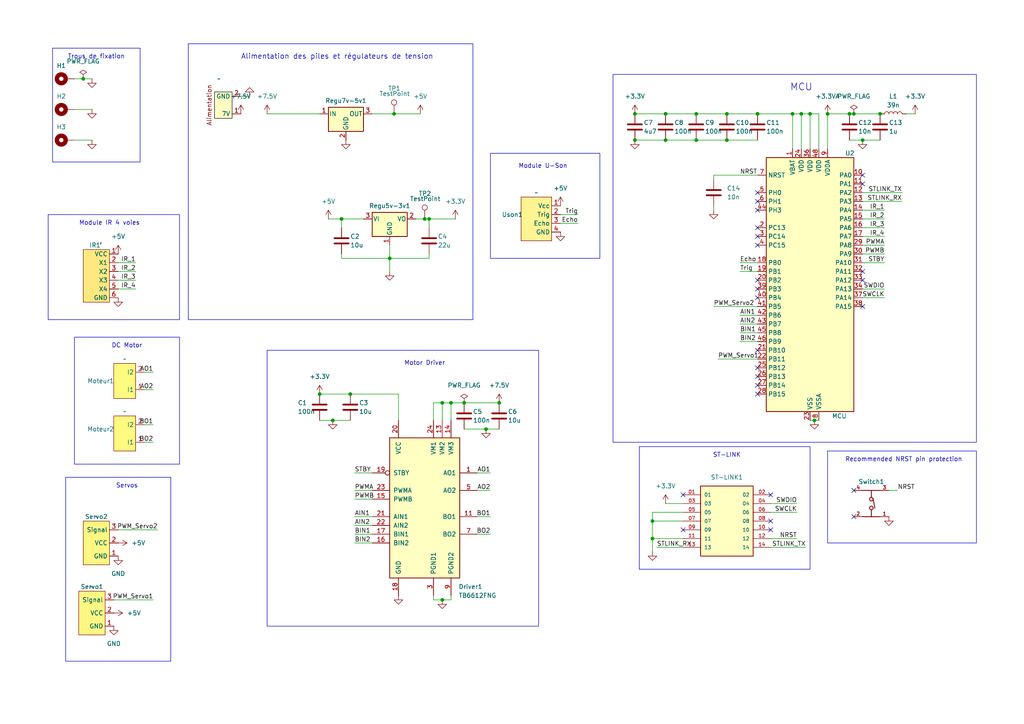
<source format=kicad_sch>
(kicad_sch (version 20231120) (generator "eeschema") (generator_version "8.0")
  (paper "A4")
  (title_block (title "PCB_Projet_1A_PAMI_Janus"))
  (lib_symbols
    (symbol "Connector:TestPoint" (pin_numbers hide) (pin_names (offset 0.762) hide)
      (property "Reference" "TP" (at 0 6.858 0))
      (property "Value" "TestPoint" (at 0 5.08 0))
      (symbol "TestPoint_0_1"
        (circle (center 0 3.302) (radius 0.762))
      )
      (symbol "TestPoint_1_1"
        (pin passive line (at 0 0 90) (length 2.54) (name "1") (number "1"))
      )
    )
    (symbol "Device:C" (pin_numbers hide) (pin_names (offset 0.254))
      (property "Reference" "C" (at 0.635 2.54 0))
      (property "Value" "C" (at 0.635 -2.54 0))
      (symbol "C_0_1"
        (polyline (pts (xy -2.032 -0.762) (xy 2.032 -0.762)) (stroke (width 0.508)))
        (polyline (pts (xy -2.032 0.762) (xy 2.032 0.762)) (stroke (width 0.508)))
      )
      (symbol "C_1_1"
        (pin passive line (at 0 3.81 270) (length 2.794) (name "~") (number "1"))
        (pin passive line (at 0 -3.81 90) (length 2.794) (name "~") (number "2"))
      )
    )
    (symbol "Device:L" (pin_numbers hide) (pin_names (offset 1.016) hide)
      (property "Reference" "L" (at -1.27 0 90))
      (property "Value" "L" (at 1.905 0 90))
      (symbol "L_0_1"
        (arc (start 0 -2.54) (mid 0.6323 -1.905) (end 0 -1.27))
        (arc (start 0 -1.27) (mid 0.6323 -0.635) (end 0 0))
        (arc (start 0 0) (mid 0.6323 0.635) (end 0 1.27))
        (arc (start 0 1.27) (mid 0.6323 1.905) (end 0 2.54))
      )
      (symbol "L_1_1"
        (pin passive line (at 0 3.81 270) (length 1.27) (name "1") (number "1"))
        (pin passive line (at 0 -3.81 90) (length 1.27) (name "2") (number "2"))
      )
    )
    (symbol "Driver_Motor:TB6612FNG" (pin_names (offset 1.016))
      (property "Reference" "U" (at 11.43 17.78 0))
      (property "Value" "TB6612FNG" (at 11.43 15.24 0))
      (symbol "TB6612FNG_0_1"
        (rectangle (start -10.16 20.32) (end 10.16 -20.32) (stroke (width 0.254)) (fill (type background)))
      )
      (symbol "TB6612FNG_1_1"
        (pin output line (at 15.24 10.16 180) (length 5.08) (name "AO1") (number "1"))
        (pin passive line (at 7.62 -25.4 90) (length 5.08) hide (name "PGND2") (number "10"))
        (pin output line (at 15.24 -2.54 180) (length 5.08) (name "BO1") (number "11"))
        (pin passive line (at 15.24 -2.54 180) (length 5.08) hide (name "BO1") (number "12"))
        (pin power_in line (at 5.08 25.4 270) (length 5.08) (name "VM2") (number "13"))
        (pin power_in line (at 7.62 25.4 270) (length 5.08) (name "VM3") (number "14"))
        (pin input line (at -15.24 2.54 0) (length 5.08) (name "PWMB") (number "15"))
        (pin input line (at -15.24 -10.16 0) (length 5.08) (name "BIN2") (number "16"))
        (pin input line (at -15.24 -7.62 0) (length 5.08) (name "BIN1") (number "17"))
        (pin power_in line (at -7.62 -25.4 90) (length 5.08) (name "GND") (number "18"))
        (pin input inverted (at -15.24 10.16 0) (length 5.08) (name "STBY") (number "19"))
        (pin passive line (at 15.24 10.16 180) (length 5.08) hide (name "AO1") (number "2"))
        (pin power_in line (at -7.62 25.4 270) (length 5.08) (name "VCC") (number "20"))
        (pin input line (at -15.24 -2.54 0) (length 5.08) (name "AIN1") (number "21"))
        (pin input line (at -15.24 -5.08 0) (length 5.08) (name "AIN2") (number "22"))
        (pin input line (at -15.24 5.08 0) (length 5.08) (name "PWMA") (number "23"))
        (pin power_in line (at 2.54 25.4 270) (length 5.08) (name "VM1") (number "24"))
        (pin power_in line (at 2.54 -25.4 90) (length 5.08) (name "PGND1") (number "3"))
        (pin passive line (at 2.54 -25.4 90) (length 5.08) hide (name "PGND1") (number "4"))
        (pin output line (at 15.24 5.08 180) (length 5.08) (name "AO2") (number "5"))
        (pin passive line (at 15.24 5.08 180) (length 5.08) hide (name "AO2") (number "6"))
        (pin output line (at 15.24 -7.62 180) (length 5.08) (name "BO2") (number "7"))
        (pin passive line (at 15.24 -7.62 180) (length 5.08) hide (name "BO2") (number "8"))
        (pin power_in line (at 7.62 -25.4 90) (length 5.08) (name "PGND2") (number "9"))
      )
    )
    (symbol "FTSH-107-01-F-DV-K:FTSH-107-01-F-DV-K" (pin_names (offset 1.016))
      (property "Reference" "J" (at -8.12 10.16 0))
      (property "Value" "FTSH-107-01-F-DV-K" (at -7.62 -12.7 0))
      (symbol "FTSH-107-01-F-DV-K_0_0"
        (rectangle (start -7.62 -10.16) (end 7.62 10.16) (stroke (width 0.254)) (fill (type background)))
        (pin passive line (at -12.7 7.62 0) (length 5.08) (name "01") (number "01"))
        (pin passive line (at 12.7 7.62 180) (length 5.08) (name "02") (number "02"))
        (pin passive line (at -12.7 5.08 0) (length 5.08) (name "03") (number "03"))
        (pin passive line (at 12.7 5.08 180) (length 5.08) (name "04") (number "04"))
        (pin passive line (at -12.7 2.54 0) (length 5.08) (name "05") (number "05"))
        (pin passive line (at 12.7 2.54 180) (length 5.08) (name "06") (number "06"))
        (pin passive line (at -12.7 0 0) (length 5.08) (name "07") (number "07"))
        (pin passive line (at 12.7 0 180) (length 5.08) (name "08") (number "08"))
        (pin passive line (at -12.7 -2.54 0) (length 5.08) (name "09") (number "09"))
        (pin passive line (at 12.7 -2.54 180) (length 5.08) (name "10") (number "10"))
        (pin passive line (at -12.7 -5.08 0) (length 5.08) (name "11") (number "11"))
        (pin passive line (at 12.7 -5.08 180) (length 5.08) (name "12") (number "12"))
        (pin passive line (at -12.7 -7.62 0) (length 5.08) (name "13") (number "13"))
        (pin passive line (at 12.7 -7.62 180) (length 5.08) (name "14") (number "14"))
      )
    )
    (symbol "GND_3" (power) (pin_numbers hide) (pin_names (offset 0) hide)
      (property "Value" "GND" (at 0 -3.81 0))
      (symbol "GND_3_0_1"
        (polyline (pts (xy 0 0) (xy 0 -1.27) (xy 1.27 -1.27) (xy 0 -2.54) (xy -1.27 -1.27) (xy 0 -1.27)))
      )
      (symbol "GND_3_1_1"
        (pin power_in line (at 0 0 270) (length 0) (name "~") (number "1"))
      )
    )
    (symbol "Library_PAMI:IR_Module_4way"
      (property "Reference" "U" (at 0 1.778 0))
      (symbol "IR_Module_4way_1_1"
        (rectangle (start -7.62 3.81) (end 7.62 -3.81) (fill (type color) (color 255 232 128 1)))
        (pin bidirectional line (at 6.35 -6.35 90) (length 2.54) (name "VCC") (number "1"))
        (pin bidirectional line (at 3.81 -6.35 90) (length 2.54) (name "X1") (number "2"))
        (pin bidirectional line (at 1.27 -6.35 90) (length 2.54) (name "X2") (number "3"))
        (pin bidirectional line (at -1.27 -6.35 90) (length 2.54) (name "X3") (number "4"))
        (pin bidirectional line (at -3.81 -6.35 90) (length 2.54) (name "X4") (number "5"))
        (pin bidirectional line (at -6.35 -6.35 90) (length 2.54) (name "GND") (number "6"))
      )
    )
    (symbol "Library_PAMI:Module_Uson"
      (property "Reference" "U" (at -0.508 2.54 0))
      (symbol "Module_Uson_1_1"
        (rectangle (start -6.35 3.81) (end 6.35 -5.08) (fill (type color) (color 255 243 146 1)))
        (pin bidirectional line (at 3.81 -7.62 90) (length 2.54) (name "Vcc") (number "1"))
        (pin bidirectional line (at 1.27 -7.62 90) (length 2.54) (name "Trig") (number "2"))
        (pin bidirectional line (at -1.27 -7.62 90) (length 2.54) (name "Echo") (number "3"))
        (pin bidirectional line (at -3.81 -7.62 90) (length 2.54) (name "GND") (number "4"))
      )
    )
    (symbol "Library_PAMI:Moteur_DC"
      (property "Reference" "U" (at 0 0 0))
      (symbol "Moteur_DC_1_1"
        (rectangle (start -5.08 2.54) (end 5.08 -3.81) (fill (type color) (color 255 250 128 1)))
        (pin bidirectional line (at -2.54 -6.35 90) (length 2.54) (name "I1") (number "1"))
        (pin bidirectional line (at 2.54 -6.35 90) (length 2.54) (name "I2") (number "2"))
      )
    )
    (symbol "Library_PAMI:Servo_moteur"
      (property "Reference" "U" (at 0 2.794 0))
      (symbol "Servo_moteur_1_1"
        (rectangle (start -6.35 3.81) (end 6.35 -3.81) (fill (type color) (color 255 247 130 1)))
        (pin bidirectional line (at -3.81 -6.35 90) (length 2.54) (name "GND") (number "1"))
        (pin bidirectional line (at 0 -6.35 90) (length 2.54) (name "VCC") (number "2"))
        (pin bidirectional line (at 3.81 -6.35 90) (length 2.54) (name "Signal") (number "3"))
      )
    )
    (symbol "MCU_ST_STM32L5:STM32L552CCTx"
      (property "Reference" "U" (at -12.7 39.37 0))
      (property "Value" "STM32L552CCTx" (at 7.62 39.37 0))
      (symbol "STM32L552CCTx_0_1"
        (rectangle (start -12.7 -35.56) (end 12.7 38.1) (stroke (width 0.254)) (fill (type background)))
      )
      (symbol "STM32L552CCTx_1_1"
        (pin power_in line (at -5.08 40.64 270) (length 2.54) (name "VBAT") (number "1"))
        (pin bidirectional line (at 15.24 33.02 180) (length 2.54) (name "PA0") (number "10"))
        (pin bidirectional line (at 15.24 30.48 180) (length 2.54) (name "PA1") (number "11"))
        (pin bidirectional line (at 15.24 27.94 180) (length 2.54) (name "PA2") (number "12"))
        (pin bidirectional line (at 15.24 25.4 180) (length 2.54) (name "PA3") (number "13"))
        (pin bidirectional line (at 15.24 22.86 180) (length 2.54) (name "PA4") (number "14"))
        (pin bidirectional line (at 15.24 20.32 180) (length 2.54) (name "PA5") (number "15"))
        (pin bidirectional line (at 15.24 17.78 180) (length 2.54) (name "PA6") (number "16"))
        (pin bidirectional line (at 15.24 15.24 180) (length 2.54) (name "PA7") (number "17"))
        (pin bidirectional line (at -15.24 7.62 0) (length 2.54) (name "PB0") (number "18"))
        (pin bidirectional line (at -15.24 5.08 0) (length 2.54) (name "PB1") (number "19"))
        (pin bidirectional line (at -15.24 17.78 0) (length 2.54) (name "PC13") (number "2"))
        (pin bidirectional line (at -15.24 2.54 0) (length 2.54) (name "PB2") (number "20"))
        (pin bidirectional line (at -15.24 -17.78 0) (length 2.54) (name "PB10") (number "21"))
        (pin bidirectional line (at -15.24 -20.32 0) (length 2.54) (name "PB11") (number "22"))
        (pin power_in line (at 0 -38.1 90) (length 2.54) (name "VSS") (number "23"))
        (pin power_in line (at -2.54 40.64 270) (length 2.54) (name "VDD") (number "24"))
        (pin bidirectional line (at -15.24 -22.86 0) (length 2.54) (name "PB12") (number "25"))
        (pin bidirectional line (at -15.24 -25.4 0) (length 2.54) (name "PB13") (number "26"))
        (pin bidirectional line (at -15.24 -27.94 0) (length 2.54) (name "PB14") (number "27"))
        (pin bidirectional line (at -15.24 -30.48 0) (length 2.54) (name "PB15") (number "28"))
        (pin bidirectional line (at 15.24 12.7 180) (length 2.54) (name "PA8") (number "29"))
        (pin bidirectional line (at -15.24 15.24 0) (length 2.54) (name "PC14") (number "3"))
        (pin bidirectional line (at 15.24 10.16 180) (length 2.54) (name "PA9") (number "30"))
        (pin bidirectional line (at 15.24 7.62 180) (length 2.54) (name "PA10") (number "31"))
        (pin bidirectional line (at 15.24 5.08 180) (length 2.54) (name "PA11") (number "32"))
        (pin bidirectional line (at 15.24 2.54 180) (length 2.54) (name "PA12") (number "33"))
        (pin bidirectional line (at 15.24 0 180) (length 2.54) (name "PA13") (number "34"))
        (pin passive line (at 0 -38.1 90) (length 2.54) hide (name "VSS") (number "35"))
        (pin power_in line (at 0 40.64 270) (length 2.54) (name "VDD") (number "36"))
        (pin bidirectional line (at 15.24 -2.54 180) (length 2.54) (name "PA14") (number "37"))
        (pin bidirectional line (at 15.24 -5.08 180) (length 2.54) (name "PA15") (number "38"))
        (pin bidirectional line (at -15.24 0 0) (length 2.54) (name "PB3") (number "39"))
        (pin bidirectional line (at -15.24 12.7 0) (length 2.54) (name "PC15") (number "4"))
        (pin bidirectional line (at -15.24 -2.54 0) (length 2.54) (name "PB4") (number "40"))
        (pin bidirectional line (at -15.24 -5.08 0) (length 2.54) (name "PB5") (number "41"))
        (pin bidirectional line (at -15.24 -7.62 0) (length 2.54) (name "PB6") (number "42"))
        (pin bidirectional line (at -15.24 -10.16 0) (length 2.54) (name "PB7") (number "43"))
        (pin bidirectional line (at -15.24 22.86 0) (length 2.54) (name "PH3") (number "44"))
        (pin bidirectional line (at -15.24 -12.7 0) (length 2.54) (name "PB8") (number "45"))
        (pin bidirectional line (at -15.24 -15.24 0) (length 2.54) (name "PB9") (number "46"))
        (pin passive line (at 0 -38.1 90) (length 2.54) hide (name "VSS") (number "47"))
        (pin power_in line (at 2.54 40.64 270) (length 2.54) (name "VDD") (number "48"))
        (pin bidirectional line (at -15.24 27.94 0) (length 2.54) (name "PH0") (number "5"))
        (pin bidirectional line (at -15.24 25.4 0) (length 2.54) (name "PH1") (number "6"))
        (pin input line (at -15.24 33.02 0) (length 2.54) (name "NRST") (number "7"))
        (pin power_in line (at 2.54 -38.1 90) (length 2.54) (name "VSSA") (number "8"))
        (pin power_in line (at 5.08 40.64 270) (length 2.54) (name "VDDA") (number "9"))
      )
    )
    (symbol "Moteur_DC_1"
      (property "Reference" "U" (at 0 0 0))
      (symbol "Moteur_DC_1_1_1"
        (rectangle (start -5.08 2.54) (end 5.08 -3.81) (fill (type color) (color 255 250 128 1)))
        (pin bidirectional line (at -2.54 -6.35 90) (length 2.54) (name "I1") (number "1"))
        (pin bidirectional line (at 2.54 -6.35 90) (length 2.54) (name "I2") (number "2"))
      )
    )
    (symbol "MountingHole_Pad_2" (pin_numbers hide) (pin_names (offset 1.016) hide) (exclude_from_sim yes) (in_bom no)
      (property "Reference" "H1" (at 2.54 2.5401 0))
      (property "Value" "MountingHole_Pad" (at 2.54 0.0001 0))
      (symbol "MountingHole_Pad_2_0_1"
        (circle (center 0 1.27) (radius 1.27) (stroke (width 1.27)))
      )
      (symbol "MountingHole_Pad_2_1_1"
        (pin input line (at 0 -2.54 90) (length 2.54) (name "1") (number "1"))
      )
    )
    (symbol "Regulator_Linear:AZ1117-3.3" (pin_names (offset 0.254))
      (property "Reference" "U" (at -3.81 3.175 0))
      (property "Value" "AZ1117-3.3" (at 0 3.175 0))
      (symbol "AZ1117-3.3_0_1"
        (rectangle (start -5.08 1.905) (end 5.08 -5.08) (stroke (width 0.254)) (fill (type background)))
      )
      (symbol "AZ1117-3.3_1_1"
        (pin power_in line (at 0 -7.62 90) (length 2.54) (name "GND") (number "1"))
        (pin power_out line (at 7.62 0 180) (length 2.54) (name "VO") (number "2"))
        (pin power_in line (at -7.62 0 0) (length 2.54) (name "VI") (number "3"))
      )
    )
    (symbol "Regulator_Switching:R-78B5.0-2.0" (pin_names (offset 0.254))
      (property "Reference" "U" (at -3.81 3.175 0))
      (property "Value" "R-78B5.0-2.0" (at 0 3.175 0))
      (symbol "R-78B5.0-2.0_0_1"
        (rectangle (start -5.08 1.905) (end 5.08 -5.08) (stroke (width 0.254)) (fill (type background)))
      )
      (symbol "R-78B5.0-2.0_1_1"
        (pin power_in line (at -7.62 0 0) (length 2.54) (name "IN") (number "1"))
        (pin power_in line (at 0 -7.62 90) (length 2.54) (name "GND") (number "2"))
        (pin power_out line (at 7.62 0 180) (length 2.54) (name "OUT") (number "3"))
      )
    )
    (symbol "Servo_moteur_1"
      (property "Reference" "U" (at 0 2.794 0))
      (symbol "Servo_moteur_1_1_1"
        (rectangle (start -6.35 3.81) (end 6.35 -3.81) (fill (type color) (color 255 247 130 1)))
        (pin bidirectional line (at -3.81 -6.35 90) (length 2.54) (name "GND") (number "1"))
        (pin bidirectional line (at 0 -6.35 90) (length 2.54) (name "VCC") (number "2"))
        (pin bidirectional line (at 3.81 -6.35 90) (length 2.54) (name "Signal") (number "3"))
      )
    )
    (symbol "boutonSMD_wurth430471025826:430471025826" (pin_names (offset 1.016))
      (property "Reference" "S" (at 0 5.842 0))
      (symbol "430471025826_0_0"
        (polyline (pts (xy -2.54 -2.54) (xy 0 -2.54)) (stroke (width 0.254)))
        (polyline (pts (xy -2.54 5.08) (xy 0 5.08)) (stroke (width 0.254)))
        (polyline (pts (xy -0.47 -0.2) (xy -1.04 2.61)) (stroke (width 0.254)))
        (polyline (pts (xy 0 -2.54) (xy 2.54 -2.54)) (stroke (width 0.254)))
        (polyline (pts (xy 0 -0.535) (xy 0 -2.54)) (stroke (width 0.254)))
        (polyline (pts (xy 0 3.075) (xy 0 5.08)) (stroke (width 0.254)))
        (polyline (pts (xy 0 5.08) (xy 2.54 5.08)) (stroke (width 0.254)))
        (circle (center 0 0) (radius 0.508) (stroke (width 0.254)))
        (circle (center 0 2.54) (radius 0.508) (stroke (width 0.254)))
        (pin passive line (at -5.08 5.08 0) (length 2.54) (name "~") (number "1"))
        (pin passive line (at 5.08 5.08 180) (length 2.54) (name "~") (number "2"))
        (pin passive line (at -5.08 -2.54 0) (length 2.54) (name "~") (number "3"))
        (pin passive line (at 5.08 -2.54 180) (length 2.54) (name "~") (number "4"))
      )
    )
    (symbol "nucleo-g431kb:Alimentation_Pami"
      (property "Value" "~" (at 7.62 1.2728 90))
      (symbol "Alimentation_Pami_1_1"
        (rectangle (start -3.81 2.54) (end 3.81 -2.54) (stroke (width 0) (color 0 0 0 1)) (fill (type background)))
        (text "Alimentation\n" (at 0 4.064 0) (effects (font (size 1.27 1.27))))
        (pin bidirectional line (at -2.54 -5.08 90) (length 2.54) (name "7V") (number "1"))
        (pin bidirectional line (at 2.54 -5.08 90) (length 2.54) (name "GND") (number "2"))
      )
    )
    (symbol "power:+3.3V" (power) (pin_numbers hide) (pin_names (offset 0) hide)
      (property "Value" "+3.3V" (at 0 3.556 0))
      (symbol "+3.3V_0_1"
        (polyline (pts (xy -0.762 1.27) (xy 0 2.54)))
        (polyline (pts (xy 0 0) (xy 0 2.54)))
        (polyline (pts (xy 0 2.54) (xy 0.762 1.27)))
      )
      (symbol "+3.3V_1_1"
        (pin power_in line (at 0 0 90) (length 0) (name "~") (number "1"))
      )
    )
    (symbol "power:+3.3VA" (power) (pin_numbers hide) (pin_names (offset 0) hide)
      (property "Value" "+3.3VA" (at 0 3.556 0))
      (symbol "+3.3VA_0_1"
        (polyline (pts (xy -0.762 1.27) (xy 0 2.54)))
        (polyline (pts (xy 0 0) (xy 0 2.54)))
        (polyline (pts (xy 0 2.54) (xy 0.762 1.27)))
      )
      (symbol "+3.3VA_1_1"
        (pin power_in line (at 0 0 90) (length 0) (name "~") (number "1"))
      )
    )
    (symbol "power:+5V" (power) (pin_numbers hide) (pin_names (offset 0) hide)
      (property "Value" "+5V" (at 0 3.556 0))
      (symbol "+5V_0_1"
        (polyline (pts (xy -0.762 1.27) (xy 0 2.54)))
        (polyline (pts (xy 0 0) (xy 0 2.54)))
        (polyline (pts (xy 0 2.54) (xy 0.762 1.27)))
      )
      (symbol "+5V_1_1"
        (pin power_in line (at 0 0 90) (length 0) (name "~") (number "1"))
      )
    )
    (symbol "power:+7.5V" (power) (pin_numbers hide) (pin_names (offset 0) hide)
      (property "Value" "+7.5V" (at 0 3.556 0))
      (symbol "+7.5V_0_1"
        (polyline (pts (xy -0.762 1.27) (xy 0 2.54)))
        (polyline (pts (xy 0 0) (xy 0 2.54)))
        (polyline (pts (xy 0 2.54) (xy 0.762 1.27)))
      )
      (symbol "+7.5V_1_1"
        (pin power_in line (at 0 0 90) (length 0) (name "~") (number "1"))
      )
    )
    (symbol "power:GND" (power) (pin_numbers hide) (pin_names (offset 0) hide)
      (property "Value" "GND" (at 0 -3.81 0))
      (symbol "GND_0_1"
        (polyline (pts (xy 0 0) (xy 0 -1.27) (xy 1.27 -1.27) (xy 0 -2.54) (xy -1.27 -1.27) (xy 0 -1.27)))
      )
      (symbol "GND_1_1"
        (pin power_in line (at 0 0 270) (length 0) (name "~") (number "1"))
      )
    )
    (symbol "power:PWR_FLAG" (power) (pin_numbers hide) (pin_names (offset 0) hide)
      (property "Value" "PWR_FLAG" (at 0 3.81 0))
      (symbol "PWR_FLAG_0_0"
        (pin power_out line (at 0 0 90) (length 0) (name "~") (number "1"))
      )
      (symbol "PWR_FLAG_0_1"
        (polyline (pts (xy 0 0) (xy 0 1.27) (xy -1.016 1.905) (xy 0 2.54) (xy 1.016 1.905) (xy 0 1.27)))
      )
    )
  )
  (junction (at 99.06 63.5))
  (junction (at 201.93 40.64))
  (junction (at 193.04 33.02))
  (junction (at 201.93 33.02))
  (junction (at 128.27 116.84))
  (junction (at 189.23 156.21))
  (junction (at 219.71 33.02))
  (junction (at 140.97 124.46))
  (junction (at 236.22 121.92))
  (junction (at 96.52 121.92))
  (junction (at 234.95 33.02))
  (junction (at 210.82 33.02))
  (junction (at 189.23 151.13))
  (junction (at 255.27 33.02))
  (junction (at 144.78 116.84))
  (junction (at 240.03 33.02))
  (junction (at 184.15 40.64))
  (junction (at 114.3 33.02))
  (junction (at 184.15 33.02))
  (junction (at 210.82 40.64))
  (junction (at 232.41 33.02))
  (junction (at 92.71 114.3))
  (junction (at 250.19 40.64))
  (junction (at 101.6 114.3))
  (junction (at 193.04 40.64))
  (junction (at 124.46 63.5))
  (junction (at 246.38 33.02))
  (junction (at 229.87 33.02))
  (junction (at 128.27 173.99))
  (junction (at 130.81 116.84))
  (junction (at 113.03 74.93))
  (junction (at 123.19 63.5))
  (junction (at 134.62 116.84))
  (junction (at 247.65 33.02))
  (junction (at 24.13 22.86))
  (no_connect (at 219.71 68.58))
  (no_connect (at 219.71 66.04))
  (no_connect (at 219.71 81.28))
  (no_connect (at 250.19 53.34))
  (no_connect (at 219.71 55.88))
  (no_connect (at 198.12 143.51))
  (no_connect (at 247.65 142.24))
  (no_connect (at 250.19 88.9))
  (no_connect (at 198.12 153.67))
  (no_connect (at 219.71 58.42))
  (no_connect (at 219.71 109.22))
  (no_connect (at 219.71 111.76))
  (no_connect (at 219.71 114.3))
  (no_connect (at 219.71 71.12))
  (no_connect (at 247.65 149.86))
  (no_connect (at 250.19 78.74))
  (no_connect (at 250.19 81.28))
  (no_connect (at 219.71 106.68))
  (no_connect (at 223.52 143.51))
  (no_connect (at 223.52 151.13))
  (no_connect (at 250.19 50.8))
  (no_connect (at 219.71 83.82))
  (no_connect (at 219.71 101.6))
  (no_connect (at 223.52 153.67))
  (no_connect (at 219.71 86.36))
  (no_connect (at 219.71 60.96))
  (wire (pts (xy 201.93 33.02) (xy 210.82 33.02)))
  (wire (pts (xy 207.01 59.69) (xy 207.01 60.96)))
  (wire (pts (xy 101.6 114.3) (xy 115.57 114.3)))
  (wire (pts (xy 130.81 116.84) (xy 134.62 116.84)))
  (wire (pts (xy 240.03 33.02) (xy 246.38 33.02)))
  (wire (pts (xy 261.62 55.88) (xy 250.19 55.88)))
  (wire (pts (xy 95.25 63.5) (xy 99.06 63.5)))
  (wire (pts (xy 142.24 137.16) (xy 138.43 137.16)))
  (wire (pts (xy 234.95 33.02) (xy 234.95 43.18)))
  (wire (pts (xy 233.68 158.75) (xy 223.52 158.75)))
  (wire (pts (xy 214.63 78.74) (xy 219.71 78.74)))
  (wire (pts (xy 167.64 62.23) (xy 162.56 62.23)))
  (wire (pts (xy 193.04 146.05) (xy 198.12 146.05)))
  (wire (pts (xy 45.72 153.67) (xy 34.29 153.67)))
  (wire (pts (xy 132.08 63.5) (xy 124.46 63.5)))
  (wire (pts (xy 256.54 68.58) (xy 250.19 68.58)))
  (wire (pts (xy 102.87 154.94) (xy 107.95 154.94)))
  (wire (pts (xy 21.59 40.64) (xy 26.67 40.64)))
  (wire (pts (xy 130.81 172.72) (xy 130.81 173.99)))
  (wire (pts (xy 128.27 173.99) (xy 130.81 173.99)))
  (wire (pts (xy 262.89 33.02) (xy 265.43 33.02)))
  (wire (pts (xy 44.45 128.27) (xy 41.91 128.27)))
  (wire (pts (xy 21.59 31.75) (xy 26.67 31.75)))
  (wire (pts (xy 256.54 83.82) (xy 250.19 83.82)))
  (wire (pts (xy 214.63 96.52) (xy 219.71 96.52)))
  (wire (pts (xy 125.73 172.72) (xy 125.73 173.99)))
  (wire (pts (xy 256.54 73.66) (xy 250.19 73.66)))
  (wire (pts (xy 128.27 116.84) (xy 128.27 121.92)))
  (wire (pts (xy 246.38 33.02) (xy 247.65 33.02)))
  (wire (pts (xy 260.35 142.24) (xy 257.81 142.24)))
  (wire (pts (xy 214.63 76.2) (xy 219.71 76.2)))
  (wire (pts (xy 115.57 114.3) (xy 115.57 121.92)))
  (wire (pts (xy 256.54 71.12) (xy 250.19 71.12)))
  (wire (pts (xy 207.01 88.9) (xy 219.71 88.9)))
  (wire (pts (xy 232.41 33.02) (xy 232.41 43.18)))
  (wire (pts (xy 261.62 58.42) (xy 250.19 58.42)))
  (wire (pts (xy 231.14 156.21) (xy 223.52 156.21)))
  (wire (pts (xy 92.71 114.3) (xy 101.6 114.3)))
  (wire (pts (xy 96.52 121.92) (xy 101.6 121.92)))
  (wire (pts (xy 232.41 33.02) (xy 234.95 33.02)))
  (wire (pts (xy 214.63 99.06) (xy 219.71 99.06)))
  (wire (pts (xy 140.97 124.46) (xy 144.78 124.46)))
  (wire (pts (xy 134.62 116.84) (xy 144.78 116.84)))
  (wire (pts (xy 250.19 40.64) (xy 255.27 40.64)))
  (wire (pts (xy 92.71 121.92) (xy 96.52 121.92)))
  (wire (pts (xy 201.93 40.64) (xy 210.82 40.64)))
  (wire (pts (xy 124.46 73.66) (xy 124.46 74.93)))
  (wire (pts (xy 102.87 142.24) (xy 107.95 142.24)))
  (wire (pts (xy 99.06 73.66) (xy 99.06 74.93)))
  (wire (pts (xy 210.82 33.02) (xy 219.71 33.02)))
  (wire (pts (xy 121.92 33.02) (xy 114.3 33.02)))
  (wire (pts (xy 99.06 74.93) (xy 113.03 74.93)))
  (wire (pts (xy 44.45 107.95) (xy 41.91 107.95)))
  (wire (pts (xy 208.28 104.14) (xy 219.71 104.14)))
  (wire (pts (xy 125.73 173.99) (xy 128.27 173.99)))
  (wire (pts (xy 229.87 33.02) (xy 229.87 43.18)))
  (wire (pts (xy 128.27 116.84) (xy 130.81 116.84)))
  (wire (pts (xy 219.71 33.02) (xy 229.87 33.02)))
  (wire (pts (xy 102.87 144.78) (xy 107.95 144.78)))
  (wire (pts (xy 134.62 124.46) (xy 140.97 124.46)))
  (wire (pts (xy 231.14 146.05) (xy 223.52 146.05)))
  (wire (pts (xy 189.23 148.59) (xy 198.12 148.59)))
  (wire (pts (xy 142.24 149.86) (xy 138.43 149.86)))
  (wire (pts (xy 184.15 40.64) (xy 193.04 40.64)))
  (wire (pts (xy 189.23 151.13) (xy 189.23 156.21)))
  (wire (pts (xy 189.23 151.13) (xy 198.12 151.13)))
  (wire (pts (xy 214.63 93.98) (xy 219.71 93.98)))
  (wire (pts (xy 124.46 63.5) (xy 123.19 63.5)))
  (wire (pts (xy 39.37 83.82) (xy 34.29 83.82)))
  (wire (pts (xy 44.45 113.03) (xy 41.91 113.03)))
  (wire (pts (xy 125.73 116.84) (xy 128.27 116.84)))
  (wire (pts (xy 214.63 91.44) (xy 219.71 91.44)))
  (wire (pts (xy 237.49 33.02) (xy 237.49 43.18)))
  (wire (pts (xy 246.38 40.64) (xy 250.19 40.64)))
  (wire (pts (xy 114.3 33.02) (xy 107.95 33.02)))
  (wire (pts (xy 130.81 116.84) (xy 130.81 121.92)))
  (wire (pts (xy 256.54 66.04) (xy 250.19 66.04)))
  (wire (pts (xy 99.06 63.5) (xy 105.41 63.5)))
  (wire (pts (xy 256.54 76.2) (xy 250.19 76.2)))
  (wire (pts (xy 189.23 148.59) (xy 189.23 151.13)))
  (wire (pts (xy 39.37 78.74) (xy 34.29 78.74)))
  (wire (pts (xy 193.04 40.64) (xy 201.93 40.64)))
  (wire (pts (xy 44.45 173.99) (xy 33.02 173.99)))
  (wire (pts (xy 39.37 81.28) (xy 34.29 81.28)))
  (wire (pts (xy 190.5 158.75) (xy 198.12 158.75)))
  (wire (pts (xy 240.03 33.02) (xy 240.03 43.18)))
  (wire (pts (xy 207.01 50.8) (xy 219.71 50.8)))
  (wire (pts (xy 189.23 156.21) (xy 198.12 156.21)))
  (wire (pts (xy 123.19 63.5) (xy 120.65 63.5)))
  (wire (pts (xy 102.87 149.86) (xy 107.95 149.86)))
  (wire (pts (xy 99.06 63.5) (xy 99.06 66.04)))
  (wire (pts (xy 102.87 137.16) (xy 107.95 137.16)))
  (wire (pts (xy 167.64 64.77) (xy 162.56 64.77)))
  (wire (pts (xy 124.46 63.5) (xy 124.46 66.04)))
  (wire (pts (xy 77.47 33.02) (xy 92.71 33.02)))
  (wire (pts (xy 184.15 33.02) (xy 193.04 33.02)))
  (wire (pts (xy 234.95 33.02) (xy 237.49 33.02)))
  (wire (pts (xy 142.24 154.94) (xy 138.43 154.94)))
  (wire (pts (xy 44.45 123.19) (xy 41.91 123.19)))
  (wire (pts (xy 256.54 86.36) (xy 250.19 86.36)))
  (wire (pts (xy 193.04 33.02) (xy 201.93 33.02)))
  (wire (pts (xy 210.82 40.64) (xy 219.71 40.64)))
  (wire (pts (xy 256.54 63.5) (xy 250.19 63.5)))
  (wire (pts (xy 142.24 142.24) (xy 138.43 142.24)))
  (wire (pts (xy 113.03 78.74) (xy 113.03 74.93)))
  (wire (pts (xy 39.37 76.2) (xy 34.29 76.2)))
  (wire (pts (xy 236.22 121.92) (xy 237.49 121.92)))
  (wire (pts (xy 102.87 157.48) (xy 107.95 157.48)))
  (wire (pts (xy 234.95 121.92) (xy 236.22 121.92)))
  (wire (pts (xy 113.03 74.93) (xy 113.03 71.12)))
  (wire (pts (xy 125.73 116.84) (xy 125.73 121.92)))
  (wire (pts (xy 21.59 22.86) (xy 24.13 22.86)))
  (wire (pts (xy 231.14 148.59) (xy 223.52 148.59)))
  (wire (pts (xy 189.23 156.21) (xy 189.23 160.02)))
  (wire (pts (xy 229.87 33.02) (xy 232.41 33.02)))
  (wire (pts (xy 24.13 22.86) (xy 26.67 22.86)))
  (wire (pts (xy 72.39 27.94) (xy 69.85 27.94)))
  (wire (pts (xy 207.01 50.8) (xy 207.01 52.07)))
  (wire (pts (xy 102.87 152.4) (xy 107.95 152.4)))
  (wire (pts (xy 256.54 60.96) (xy 250.19 60.96)))
  (wire (pts (xy 247.65 33.02) (xy 255.27 33.02)))
  (wire (pts (xy 124.46 74.93) (xy 113.03 74.93)))
  (rectangle (start 240.03 130.81) (end 283.21 157.48))
  (rectangle (start 19.05 191.77) (end 49.53 138.43))
  (rectangle (start 77.47 101.6) (end 156.21 181.61))
  (rectangle (start 54.61 12.7) (end 137.16 92.71))
  (rectangle (start 21.59 97.79) (end 52.07 134.62))
  (rectangle (start 177.8 21.59) (end 283.21 128.27))
  (rectangle (start 15.24 13.97) (end 40.64 46.99))
  (rectangle (start 185.42 129.54) (end 234.95 165.1))
  (rectangle (start 142.24 44.45) (end 173.99 74.93))
  (rectangle (start 13.97 62.23) (end 52.07 92.71))
  (text "Trous de fixation\n" (at 27.94 16.51 0) (effects (font (size 1.27 1.27))))
  (text "Motor Driver\n" (at 123.19 105.41 0) (effects (font (size 1.27 1.27))))
  (text "DC Motor\n" (at 36.83 100.33 0) (effects (font (size 1.27 1.27))))
  (text "Module U-Son" (at 157.48 48.26 0) (effects (font (size 1.27 1.27))))
  (text "Alimentation des piles et régulateurs de tension" (at 97.79 16.51 0) (effects (font (size 1.5 1.5))))
  (text " Recommended NRST pin protection" (at 261.62 133.35 0) (effects (font (size 1.27 1.27))))
  (text "Module IR 4 voies\n" (at 31.75 64.77 0) (effects (font (size 1.27 1.27))))
  (text "MCU\n" (at 232.41 25.4 0) (effects (font (size 2 2))))
  (text "Servos\n" (at 36.83 140.97 0) (effects (font (size 1.27 1.27))))
  (text "ST-LINK\n" (at 210.82 132.08 0) (effects (font (size 1.27 1.27))))
  (label "BO2" (at 142.24 154.94 180))
  (label "SWCLK" (at 231.14 148.59 180))
  (label "PWMB" (at 102.87 144.78 0))
  (label "PWMA" (at 256.54 71.12 180))
  (label "NRST" (at 231.14 156.21 180))
  (label "AO1" (at 44.45 107.95 180))
  (label "STLINK_RX" (at 261.62 58.42 180))
  (label "BIN2" (at 214.63 99.06 0))
  (label "PWM_Servo2" (at 45.72 153.67 180))
  (label "BO2" (at 44.45 128.27 180))
  (label "BIN2" (at 102.87 157.48 0))
  (label "PWM_Servo2" (at 207.01 88.9 0))
  (label "AO2" (at 142.24 142.24 180))
  (label "STBY" (at 102.87 137.16 0))
  (label "BIN1" (at 102.87 154.94 0))
  (label "PWMA" (at 102.87 142.24 0))
  (label "AIN1" (at 214.63 91.44 0))
  (label "STLINK_TX" (at 261.62 55.88 180))
  (label "BO1" (at 44.45 123.19 180))
  (label "STLINK_RX" (at 190.5 158.75 0))
  (label "IR_2" (at 39.37 78.74 180))
  (label "IR_2" (at 256.54 63.5 180))
  (label "AIN2" (at 102.87 152.4 0))
  (label "IR_4" (at 39.37 83.82 180))
  (label "AO1" (at 142.24 137.16 180))
  (label "IR_1" (at 256.54 60.96 180))
  (label "AIN1" (at 102.87 149.86 0))
  (label "SWCLK" (at 256.54 86.36 180))
  (label "PWM_Servo1" (at 44.45 173.99 180))
  (label "PWMB" (at 256.54 73.66 180))
  (label "BO1" (at 142.24 149.86 180))
  (label "Echo" (at 214.63 76.2 0))
  (label "IR_3" (at 256.54 66.04 180))
  (label "IR_1" (at 39.37 76.2 180))
  (label "AO2" (at 44.45 113.03 180))
  (label "AIN2" (at 214.63 93.98 0))
  (label "NRST" (at 260.35 142.24 0))
  (label "Trig" (at 167.64 62.23 180))
  (label "BIN1" (at 214.63 96.52 0))
  (label "IR_3" (at 39.37 81.28 180))
  (label "PWM_Servo1" (at 208.28 104.14 0))
  (label "IR_4" (at 256.54 68.58 180))
  (label "STBY" (at 256.54 76.2 180))
  (label "STLINK_TX" (at 233.68 158.75 180))
  (label "Trig" (at 214.63 78.74 0))
  (label "SWDIO" (at 256.54 83.82 180))
  (label "NRST" (at 214.63 50.8 0))
  (label "SWDIO" (at 231.14 146.05 180))
  (label "Echo" (at 167.64 64.77 180))
  (symbol (lib_id "power:GND") (at 128.27 173.99 0) (unit 1)
    (property "Reference" "#PWR020" (effects (hide yes)))
    (property "Value" "GND" (effects (hide yes)))
    (property "Description" "Power symbol creates a global label with name \"GND\" , ground" (effects (hide yes)))
  )
  (symbol (lib_id "Library_PAMI:IR_Module_4way") (at 27.94 80.01 90) (unit 1)
    (property "Reference" "IR1" (at 29.21 71.12 90) (effects (justify left)))
    (property "Value" "~" (at 29.21 71.12 0) (effects (justify left)))
    (property "Footprint" "Connector_JST:JST_XH_S6B-XH-A-1_1x06_P2.50mm_Horizontal" (effects (hide yes)))
  )
  (symbol (lib_id "power:GND") (at 72.39 27.94 180) (unit 1)
    (property "Reference" "#PWR011" (effects (hide yes)))
    (property "Value" "GND" (effects (hide yes)))
    (property "Description" "Power symbol creates a global label with name \"GND\" , ground" (effects (hide yes)))
  )
  (symbol (lib_id "power:GND") (at 189.23 160.02 0) (unit 1)
    (property "Reference" "#PWR028" (effects (hide yes)))
    (property "Value" "GND" (effects (hide yes)))
    (property "Description" "Power symbol creates a global label with name \"GND\" , ground" (effects (hide yes)))
  )
  (symbol (lib_id "MCU_ST_STM32L5:STM32L552CCTx") (at 234.95 83.82 0) (unit 1)
    (property "Reference" "U2" (at 245.11 44.45 0) (effects (justify left)))
    (property "Value" "MCU" (at 241.3 120.65 0) (effects (justify left)))
    (property "Footprint" "Package_QFP:LQFP-48_7x7mm_P0.5mm" (effects (hide yes)))
    (property "Datasheet" "https://www.st.com/resource/en/datasheet/stm32l552cc.pdf" (effects (hide yes)))
    (property "Description" "STMicroelectronics Arm Cortex-M33 MCU, 256KB flash, 256KB RAM, 110 MHz, 1.71-3.6V, 38 GPIO, LQFP48" (effects (hide yes)))
  )
  (symbol (lib_id "power:GND") (at 96.52 121.92 0) (unit 1)
    (property "Reference" "#PWR015" (effects (hide yes)))
    (property "Value" "GND" (effects (hide yes)))
    (property "Description" "Power symbol creates a global label with name \"GND\" , ground" (effects (hide yes)))
  )
  (symbol (lib_id "Device:C") (at 124.46 69.85 0) (unit 1)
    (property "Reference" "C4" (at 127 68.58 0) (effects (justify left)))
    (property "Value" "22u" (at 127 71.12 0) (effects (justify left)))
    (property "Footprint" "Capacitor_SMD:C_0805_2012Metric" (effects (hide yes)))
    (property "Description" "Unpolarized capacitor" (effects (hide yes)))
  )
  (symbol (lib_id "power:GND") (at 115.57 172.72 0) (unit 1)
    (property "Reference" "#PWR018" (effects (hide yes)))
    (property "Value" "GND" (effects (hide yes)))
    (property "Description" "Power symbol creates a global label with name \"GND\" , ground" (effects (hide yes)))
  )
  (symbol (lib_id "power:+5V") (at 33.02 177.8 270) (unit 1)
    (property "Reference" "#PWR04" (effects (hide yes)))
    (property "Value" "+5V" (at 36.83 177.7999 90) (effects (justify left)))
    (property "Description" "Power symbol creates a global label with name \"+5V\"" (effects (hide yes)))
  )
  (symbol (lib_id "Device:C") (at 255.27 36.83 0) (unit 1)
    (property "Reference" "C13" (at 257.81 35.56 0) (effects (justify left)))
    (property "Value" "1u" (at 257.81 38.1 0) (effects (justify left)))
    (property "Footprint" "Capacitor_SMD:C_0402_1005Metric" (effects (hide yes)))
    (property "Description" "Unpolarized capacitor" (effects (hide yes)))
  )
  (symbol (lib_id "power:+3.3V") (at 193.04 146.05 0) (unit 1)
    (property "Reference" "#PWR029" (effects (hide yes)))
    (property "Value" "+3.3V" (at 193.04 140.97 0))
    (property "Description" "Power symbol creates a global label with name \"+3.3V\"" (effects (hide yes)))
  )
  (symbol (lib_id "Library_PAMI:Moteur_DC") (at 35.56 125.73 90) (unit 1)
    (property "Reference" "Moteur2" (at 29.21 124.46 90))
    (property "Value" "~" (at 36.195 119.38 90))
    (property "Footprint" "Connector_JST:JST_XH_B2B-XH-A_1x02_P2.50mm_Vertical" (effects (hide yes)))
  )
  (symbol (lib_id "Device:C") (at 210.82 36.83 0) (unit 1)
    (property "Reference" "C10" (at 213.36 35.56 0) (effects (justify left)))
    (property "Value" "100n" (at 213.36 38.1 0) (effects (justify left)))
    (property "Footprint" "Capacitor_SMD:C_0402_1005Metric" (effects (hide yes)))
    (property "Description" "Unpolarized capacitor" (effects (hide yes)))
  )
  (symbol (lib_name "Servo_moteur_1") (lib_id "Library_PAMI:Servo_moteur") (at 27.94 157.48 90) (unit 1)
    (property "Reference" "Servo2" (at 27.94 149.86 90))
    (property "Value" "~" (at 27.94 149.86 90))
    (property "Footprint" "Connector_JST:JST_PH_B3B-PH-K_1x03_P2.00mm_Vertical" (effects (hide yes)))
  )
  (symbol (lib_id "power:GND") (at 26.67 22.86 0) (unit 1)
    (property "Reference" "#PWR01" (effects (hide yes)))
    (property "Value" "GND" (effects (hide yes)))
    (property "Description" "Power symbol creates a global label with name \"GND\" , ground" (effects (hide yes)))
  )
  (symbol (lib_id "power:GND") (at 257.81 149.86 0) (unit 1)
    (property "Reference" "#PWR033" (effects (hide yes)))
    (property "Value" "GND" (effects (hide yes)))
    (property "Description" "Power symbol creates a global label with name \"GND\" , ground" (effects (hide yes)))
  )
  (symbol (lib_id "Device:C") (at 99.06 69.85 0) (unit 1)
    (property "Reference" "C2" (at 101.6 68.58 0) (effects (justify left)))
    (property "Value" "10u" (at 101.6 71.12 0) (effects (justify left)))
    (property "Footprint" "Capacitor_SMD:C_0805_2012Metric" (effects (hide yes)))
    (property "Description" "Unpolarized capacitor" (effects (hide yes)))
  )
  (symbol (lib_id "Regulator_Switching:R-78B5.0-2.0") (at 100.33 33.02 0) (unit 1)
    (property "Reference" "Regu7v-5v1" (at 100.33 29.21 0))
    (property "Value" "R-78B5.0-2.0" (effects (hide yes)))
    (property "Footprint" "Converter_DCDC:Converter_DCDC_RECOM_R-78B-2.0_THT" (effects (hide yes)))
    (property "Datasheet" "https://www.recom-power.com/pdf/Innoline/R-78Bxx-2.0.pdf" (effects (hide yes)))
    (property "Description" "2A Step-Down DC/DC-Regulator, 6.5-32V input, 5.0V fixed Output Voltage, LM78xx replacement, -40°C to +85°C, SIP3" (effects (hide yes)))
  )
  (symbol (lib_id "power:PWR_FLAG") (at 134.62 116.84 0) (unit 1)
    (property "Reference" "#FLG02" (effects (hide yes)))
    (property "Value" "PWR_FLAG" (at 134.62 111.76 0))
    (property "Description" "Special symbol for telling ERC where power comes from" (effects (hide yes)))
  )
  (symbol (lib_id "Device:C") (at 201.93 36.83 0) (unit 1)
    (property "Reference" "C9" (at 204.47 35.56 0) (effects (justify left)))
    (property "Value" "100n" (at 204.47 38.1 0) (effects (justify left)))
    (property "Footprint" "Capacitor_SMD:C_0402_1005Metric" (effects (hide yes)))
    (property "Description" "Unpolarized capacitor" (effects (hide yes)))
  )
  (symbol (lib_id "Device:C") (at 144.78 120.65 0) (unit 1)
    (property "Reference" "C6" (at 147.32 119.38 0) (effects (justify left)))
    (property "Value" "10u" (at 147.32 121.92 0) (effects (justify left)))
    (property "Footprint" "Capacitor_SMD:C_0805_2012Metric" (effects (hide yes)))
    (property "Description" "Unpolarized capacitor" (effects (hide yes)))
  )
  (symbol (lib_id "Connector:TestPoint") (at 114.3 33.02 0) (unit 1)
    (property "Reference" "TP1" (at 112.522 25.654 0) (effects (justify left)))
    (property "Value" "TestPoint" (at 109.982 27.178 0) (effects (justify left)))
    (property "Footprint" "TestPoint:TestPoint_Pad_D2.0mm" (effects (hide yes)))
    (property "Description" "test point" (effects (hide yes)))
  )
  (symbol (lib_id "Device:C") (at 101.6 118.11 0) (unit 1)
    (property "Reference" "C3" (at 104.14 116.84 0) (effects (justify left)))
    (property "Value" "10u" (at 104.14 119.38 0) (effects (justify left)))
    (property "Footprint" "Capacitor_SMD:C_0805_2012Metric" (effects (hide yes)))
    (property "Description" "Unpolarized capacitor" (effects (hide yes)))
  )
  (symbol (lib_id "power:+7.5V") (at 69.85 33.02 0) (unit 1)
    (property "Reference" "#PWR010" (effects (hide yes)))
    (property "Value" "+7.5V" (at 69.85 27.94 0))
    (property "Description" "Power symbol creates a global label with name \"+7.5V\"" (effects (hide yes)))
  )
  (symbol (lib_id "FTSH-107-01-F-DV-K:FTSH-107-01-F-DV-K") (at 210.82 151.13 0) (unit 1)
    (property "Reference" "ST-LINK1" (at 210.82 138.43 0))
    (property "Value" "FTSH-107-01-F-DV-K" (effects (hide yes)))
    (property "Footprint" "FTSH-107-01-F-DV-K:SAMTEC_FTSH-107-01-F-DV-K" (effects (hide yes)))
    (property "MF" "Samtec" (effects (hide yes)))
    (property "Description_1" "\n                        \n                            Connector Header Surface Mount 14 position 0.050 (1.27mm)\n                        \n" (effects (hide yes)))
    (property "Package" "None" (effects (hide yes)))
    (property "Price" "None" (effects (hide yes)))
    (property "Check_prices" "https://www.snapeda.com/parts/FTSH-107-01-F-DV-K/Samtec+Inc./view-part/?ref=eda" (effects (hide yes)))
    (property "STANDARD" "Manufacturer Recommendations" (effects (hide yes)))
    (property "PARTREV" "R" (effects (hide yes)))
    (property "SnapEDA_Link" "https://www.snapeda.com/parts/FTSH-107-01-F-DV-K/Samtec+Inc./view-part/?ref=snap" (effects (hide yes)))
    (property "MP" "FTSH-107-01-F-DV-K" (effects (hide yes)))
    (property "Availability" "In Stock" (effects (hide yes)))
    (property "MANUFACTURER" "Samtec" (effects (hide yes)))
  )
  (symbol (lib_id "power:GND") (at 236.22 121.92 0) (unit 1)
    (property "Reference" "#PWR030" (effects (hide yes)))
    (property "Value" "GND" (effects (hide yes)))
    (property "Description" "Power symbol creates a global label with name \"GND\" , ground" (effects (hide yes)))
  )
  (symbol (lib_name "MountingHole_Pad_2") (lib_id "Mechanical:MountingHole_Pad") (at 19.05 40.64 90) (unit 1) (exclude_from_sim yes) (in_bom no)
    (property "Reference" "H3" (at 17.78 36.83 90))
    (property "Value" "MountingHole_Pad" (effects (hide yes)))
    (property "Footprint" "MountingHole:MountingHole_2.7mm_M2.5_Pad" (effects (hide yes)))
    (property "Description" "Mounting Hole with connection" (effects (hide yes)))
  )
  (symbol (lib_id "nucleo-g431kb:Alimentation_Pami") (at 64.77 30.48 90) (unit 1)
    (property "Reference" "U1" (effects (hide yes)))
    (property "Value" "~" (at 63.4972 22.86 90))
    (property "Footprint" "Connector_JST:JST_PH_B2B-PH-K_1x02_P2.00mm_Vertical" (effects (hide yes)))
  )
  (symbol (lib_id "Driver_Motor:TB6612FNG") (at 123.19 147.32 0) (unit 1)
    (property "Reference" "Driver1" (at 133.0041 170.18 0) (effects (justify left)))
    (property "Value" "TB6612FNG" (at 133.0041 172.72 0) (effects (justify left)))
    (property "Footprint" "Package_SO:SSOP-24_5.3x8.2mm_P0.65mm" (effects (hide yes)))
    (property "Datasheet" "https://toshiba.semicon-storage.com/us/product/linear/motordriver/detail.TB6612FNG.html" (effects (hide yes)))
    (property "Description" "Driver IC for Dual DC motor, SSOP-24" (effects (hide yes)))
  )
  (symbol (lib_id "power:+3.3VA") (at 240.03 33.02 0) (unit 1)
    (property "Reference" "#PWR031" (effects (hide yes)))
    (property "Value" "+3.3VA" (at 240.03 27.94 0))
    (property "Description" "Power symbol creates a global label with name \"+3.3VA\"" (effects (hide yes)))
  )
  (symbol (lib_id "power:+3.3V") (at 265.43 33.02 0) (unit 1)
    (property "Reference" "#PWR034" (effects (hide yes)))
    (property "Value" "+3.3V" (at 265.43 27.94 0))
    (property "Description" "Power symbol creates a global label with name \"+3.3V\"" (effects (hide yes)))
  )
  (symbol (lib_id "power:+5V") (at 162.56 59.69 0) (unit 1)
    (property "Reference" "#PWR024" (effects (hide yes)))
    (property "Value" "+5V" (at 162.56 54.61 0))
    (property "Description" "Power symbol creates a global label with name \"+5V\"" (effects (hide yes)))
  )
  (symbol (lib_id "Device:C") (at 92.71 118.11 0) (unit 1)
    (property "Reference" "C1" (at 86.36 116.84 0) (effects (justify left)))
    (property "Value" "100n" (at 86.36 119.38 0) (effects (justify left)))
    (property "Footprint" "Capacitor_SMD:C_0402_1005Metric" (effects (hide yes)))
    (property "Description" "Unpolarized capacitor" (effects (hide yes)))
  )
  (symbol (lib_name "MountingHole_Pad_2") (lib_id "Mechanical:MountingHole_Pad") (at 19.05 31.75 90) (unit 1) (exclude_from_sim yes) (in_bom no)
    (property "Reference" "H2" (at 17.78 27.94 90))
    (property "Value" "MountingHole_Pad" (effects (hide yes)))
    (property "Footprint" "MountingHole:MountingHole_2.7mm_M2.5_Pad" (effects (hide yes)))
    (property "Description" "Mounting Hole with connection" (effects (hide yes)))
  )
  (symbol (lib_id "Device:L") (at 259.08 33.02 90) (unit 1)
    (property "Reference" "L1" (at 259.08 27.94 90))
    (property "Value" "39n" (at 259.08 30.48 90))
    (property "Footprint" "Inductor_SMD:L_0603_1608Metric" (effects (hide yes)))
    (property "Description" "Inductor" (effects (hide yes)))
  )
  (symbol (lib_id "power:+3.3V") (at 184.15 33.02 0) (unit 1)
    (property "Reference" "#PWR026" (effects (hide yes)))
    (property "Value" "+3.3V" (at 184.15 27.94 0))
    (property "Description" "Power symbol creates a global label with name \"+3.3V\"" (effects (hide yes)))
  )
  (symbol (lib_id "Library_PAMI:Module_Uson") (at 154.94 63.5 90) (unit 1)
    (property "Reference" "Uson1" (at 148.59 62.23 90))
    (property "Value" "~" (at 155.575 55.88 90))
    (property "Footprint" "Connector_JST:JST_PH_B4B-PH-K_1x04_P2.00mm_Vertical" (effects (hide yes)))
  )
  (symbol (lib_id "Device:C") (at 134.62 120.65 0) (unit 1)
    (property "Reference" "C5" (at 137.16 119.38 0) (effects (justify left)))
    (property "Value" "100n" (at 137.16 121.92 0) (effects (justify left)))
    (property "Footprint" "Capacitor_SMD:C_0402_1005Metric" (effects (hide yes)))
    (property "Description" "Unpolarized capacitor" (effects (hide yes)))
  )
  (symbol (lib_id "power:GND") (at 26.67 40.64 0) (unit 1)
    (property "Reference" "#PWR03" (effects (hide yes)))
    (property "Value" "GND" (effects (hide yes)))
    (property "Description" "Power symbol creates a global label with name \"GND\" , ground" (effects (hide yes)))
  )
  (symbol (lib_name "MountingHole_Pad_2") (lib_id "Mechanical:MountingHole_Pad") (at 19.05 22.86 90) (unit 1) (exclude_from_sim yes) (in_bom no)
    (property "Reference" "H1" (at 17.78 19.05 90))
    (property "Value" "MountingHole_Pad" (effects (hide yes)))
    (property "Footprint" "MountingHole:MountingHole_2.7mm_M2.5_Pad" (effects (hide yes)))
    (property "Description" "Mounting Hole with connection" (effects (hide yes)))
  )
  (symbol (lib_id "power:+7.5V") (at 77.47 33.02 0) (unit 1)
    (property "Reference" "#PWR012" (effects (hide yes)))
    (property "Value" "+7.5V" (at 77.47 27.94 0))
    (property "Description" "Power symbol creates a global label with name \"+7.5V\"" (effects (hide yes)))
  )
  (symbol (lib_id "Device:C") (at 219.71 36.83 0) (unit 1)
    (property "Reference" "C11" (at 222.25 35.56 0) (effects (justify left)))
    (property "Value" "100n" (at 222.25 38.1 0) (effects (justify left)))
    (property "Footprint" "Capacitor_SMD:C_0402_1005Metric" (effects (hide yes)))
    (property "Description" "Unpolarized capacitor" (effects (hide yes)))
  )
  (symbol (lib_id "power:+7.5V") (at 144.78 116.84 0) (unit 1)
    (property "Reference" "#PWR023" (effects (hide yes)))
    (property "Value" "+7.5V" (at 144.78 111.76 0))
    (property "Description" "Power symbol creates a global label with name \"+7.5V\"" (effects (hide yes)))
  )
  (symbol (lib_id "Device:C") (at 184.15 36.83 0) (unit 1)
    (property "Reference" "C7" (at 186.69 35.56 0) (effects (justify left)))
    (property "Value" "4u7" (at 186.69 38.1 0) (effects (justify left)))
    (property "Footprint" "Capacitor_SMD:C_0805_2012Metric" (effects (hide yes)))
    (property "Description" "Unpolarized capacitor" (effects (hide yes)))
  )
  (symbol (lib_name "Moteur_DC_1") (lib_id "Library_PAMI:Moteur_DC") (at 35.56 110.49 90) (unit 1)
    (property "Reference" "Moteur1" (at 29.21 110.49 90))
    (property "Value" "~" (at 36.195 104.14 90))
    (property "Footprint" "Connector_JST:JST_XH_B2B-XH-A_1x02_P2.50mm_Vertical" (effects (hide yes)))
  )
  (symbol (lib_id "power:GND") (at 140.97 124.46 0) (unit 1)
    (property "Reference" "#PWR022" (effects (hide yes)))
    (property "Value" "GND" (effects (hide yes)))
    (property "Description" "Power symbol creates a global label with name \"GND\" , ground" (effects (hide yes)))
  )
  (symbol (lib_id "power:GND") (at 162.56 67.31 0) (unit 1)
    (property "Reference" "#PWR025" (effects (hide yes)))
    (property "Value" "GND" (effects (hide yes)))
    (property "Description" "Power symbol creates a global label with name \"GND\" , ground" (effects (hide yes)))
  )
  (symbol (lib_id "power:GND") (at 33.02 181.61 0) (unit 1)
    (property "Reference" "#PWR05" (effects (hide yes)))
    (property "Value" "GND" (at 33.02 186.69 0))
    (property "Description" "Power symbol creates a global label with name \"GND\" , ground" (effects (hide yes)))
  )
  (symbol (lib_id "boutonSMD_wurth430471025826:430471025826") (at 252.73 144.78 180) (unit 1)
    (property "Reference" "Switch1" (at 252.73 139.7 0))
    (property "Value" "430471025826" (effects (hide yes)))
    (property "Footprint" "boutonSMD_wurth430471025826:430471025826" (effects (hide yes)))
    (property "MF" "Würth Elektronik" (effects (hide yes)))
    (property "Description_1" "\n                        \n                            Tactile Switch SPST-NO Top Actuated Surface Mount\n                        \n" (effects (hide yes)))
    (property "Package" "None" (effects (hide yes)))
    (property "Price" "None" (effects (hide yes)))
    (property "VALUE" "430471025826" (effects (hide yes)))
    (property "HEIGHT" "2.5mm" (effects (hide yes)))
    (property "SnapEDA_Link" "https://www.snapeda.com/parts/430471025826/W%25C3%25BCrth+Elektronik+Midcom/view-part/?ref=snap" (effects (hide yes)))
    (property "DATASHEET-URL" "https://www.we-online.com/redexpert/spec/430471025826?ae" (effects (hide yes)))
    (property "MP" "430471025826" (effects (hide yes)))
    (property "PART-NUMBER" "430471025826" (effects (hide yes)))
    (property "OPERATION-FORCE" "260g" (effects (hide yes)))
    (property "QTY" "2000" (effects (hide yes)))
    (property "Availability" "In Stock" (effects (hide yes)))
    (property "Check_prices" "https://www.snapeda.com/parts/430471025826/W%25C3%25BCrth+Elektronik+Midcom/view-part/?ref=eda" (effects (hide yes)))
  )
  (symbol (lib_id "Regulator_Linear:AZ1117-3.3") (at 113.03 63.5 0) (unit 1)
    (property "Reference" "Regu5v-3v1" (at 113.03 59.69 0))
    (property "Value" "AZ1117-3.3" (effects (hide yes)))
    (property "Footprint" "Package_TO_SOT_SMD:SOT-223-3_TabPin2" (effects (hide yes)))
    (property "Datasheet" "https://www.diodes.com/assets/Datasheets/AZ1117.pdf" (effects (hide yes)))
    (property "Fournisseur" "RS" (effects (hide yes)))
    (property "MFR" "AZ1117H-3.3TRE1" (effects (hide yes)))
    (property "Ref" "921-0701" (effects (hide yes)))
  )
  (symbol (lib_id "Library_PAMI:Servo_moteur") (at 26.67 177.8 90) (unit 1)
    (property "Reference" "Servo1" (at 26.67 170.18 90))
    (property "Value" "~" (at 26.67 170.18 90))
    (property "Footprint" "Connector_JST:JST_PH_B3B-PH-K_1x03_P2.00mm_Vertical" (effects (hide yes)))
  )
  (symbol (lib_id "power:PWR_FLAG") (at 24.13 22.86 0) (unit 1)
    (property "Reference" "#FLG01" (effects (hide yes)))
    (property "Value" "PWR_FLAG" (at 24.13 17.78 0))
    (property "Description" "Special symbol for telling ERC where power comes from" (effects (hide yes)))
  )
  (symbol (lib_id "power:+5V") (at 34.29 157.48 270) (unit 1)
    (property "Reference" "#PWR08" (effects (hide yes)))
    (property "Value" "+5V" (at 38.1 157.4799 90) (effects (justify left)))
    (property "Description" "Power symbol creates a global label with name \"+5V\"" (effects (hide yes)))
  )
  (symbol (lib_id "power:GND") (at 207.01 60.96 0) (unit 1)
    (property "Reference" "#PWR035" (effects (hide yes)))
    (property "Value" "GND" (effects (hide yes)))
    (property "Description" "Power symbol creates a global label with name \"GND\" , ground" (effects (hide yes)))
  )
  (symbol (lib_id "Device:C") (at 207.01 55.88 0) (unit 1)
    (property "Reference" "C14" (at 210.82 54.6099 0) (effects (justify left)))
    (property "Value" "10n" (at 210.82 57.1499 0) (effects (justify left)))
    (property "Footprint" "Capacitor_SMD:C_0402_1005Metric" (effects (hide yes)))
    (property "Description" "Unpolarized capacitor" (effects (hide yes)))
  )
  (symbol (lib_id "Device:C") (at 193.04 36.83 0) (unit 1)
    (property "Reference" "C8" (at 195.58 35.56 0) (effects (justify left)))
    (property "Value" "100n" (at 195.58 38.1 0) (effects (justify left)))
    (property "Footprint" "Capacitor_SMD:C_0402_1005Metric" (effects (hide yes)))
    (property "Description" "Unpolarized capacitor" (effects (hide yes)))
  )
  (symbol (lib_id "power:+3.3V") (at 132.08 63.5 0) (unit 1)
    (property "Reference" "#PWR021" (effects (hide yes)))
    (property "Value" "+3.3V" (at 132.08 58.42 0))
    (property "Description" "Power symbol creates a global label with name \"+3.3V\"" (effects (hide yes)))
  )
  (symbol (lib_id "power:GND") (at 250.19 40.64 0) (unit 1)
    (property "Reference" "#PWR032" (effects (hide yes)))
    (property "Value" "GND" (effects (hide yes)))
    (property "Description" "Power symbol creates a global label with name \"GND\" , ground" (effects (hide yes)))
  )
  (symbol (lib_id "power:GND") (at 34.29 86.36 0) (unit 1)
    (property "Reference" "#PWR07" (effects (hide yes)))
    (property "Value" "GND" (effects (hide yes)))
    (property "Description" "Power symbol creates a global label with name \"GND\" , ground" (effects (hide yes)))
  )
  (symbol (lib_id "power:+3.3V") (at 121.92 33.02 0) (unit 1)
    (property "Reference" "#PWR019" (effects (hide yes)))
    (property "Value" "+5V" (at 121.92 27.94 0))
    (property "Description" "Power symbol creates a global label with name \"+3.3V\"" (effects (hide yes)))
  )
  (symbol (lib_id "Device:C") (at 246.38 36.83 0) (unit 1)
    (property "Reference" "C12" (at 248.92 35.56 0) (effects (justify left)))
    (property "Value" "10n" (at 248.92 38.1 0) (effects (justify left)))
    (property "Footprint" "Capacitor_SMD:C_0402_1005Metric" (effects (hide yes)))
    (property "Description" "Unpolarized capacitor" (effects (hide yes)))
  )
  (symbol (lib_id "power:GND") (at 184.15 40.64 0) (unit 1)
    (property "Reference" "#PWR027" (effects (hide yes)))
    (property "Value" "GND" (effects (hide yes)))
    (property "Description" "Power symbol creates a global label with name \"GND\" , ground" (effects (hide yes)))
  )
  (symbol (lib_id "power:+5V") (at 34.29 73.66 0) (unit 1)
    (property "Reference" "#PWR06" (effects (hide yes)))
    (property "Value" "+5V" (at 34.29 68.58 0))
    (property "Description" "Power symbol creates a global label with name \"+5V\"" (effects (hide yes)))
  )
  (symbol (lib_id "Connector:TestPoint") (at 123.19 63.5 0) (unit 1)
    (property "Reference" "TP2" (at 121.412 56.134 0) (effects (justify left)))
    (property "Value" "TestPoint" (at 118.872 57.658 0) (effects (justify left)))
    (property "Footprint" "TestPoint:TestPoint_Pad_D2.0mm" (effects (hide yes)))
    (property "Description" "test point" (effects (hide yes)))
  )
  (symbol (lib_id "power:GND") (at 34.29 161.29 0) (unit 1)
    (property "Reference" "#PWR09" (effects (hide yes)))
    (property "Value" "GND" (at 34.29 166.37 0))
    (property "Description" "Power symbol creates a global label with name \"GND\" , ground" (effects (hide yes)))
  )
  (symbol (lib_id "power:PWR_FLAG") (at 247.65 33.02 0) (unit 1)
    (property "Reference" "#FLG03" (effects (hide yes)))
    (property "Value" "PWR_FLAG" (at 247.65 27.94 0))
    (property "Description" "Special symbol for telling ERC where power comes from" (effects (hide yes)))
  )
  (symbol (lib_id "power:+3.3V") (at 92.71 114.3 0) (unit 1)
    (property "Reference" "#PWR013" (effects (hide yes)))
    (property "Value" "+3.3V" (at 92.71 109.22 0))
    (property "Description" "Power symbol creates a global label with name \"+3.3V\"" (effects (hide yes)))
  )
  (symbol (lib_id "power:GND") (at 26.67 31.75 0) (unit 1)
    (property "Reference" "#PWR02" (effects (hide yes)))
    (property "Value" "GND" (effects (hide yes)))
    (property "Description" "Power symbol creates a global label with name \"GND\" , ground" (effects (hide yes)))
  )
  (symbol (lib_name "GND_3") (lib_id "power:GND") (at 113.03 78.74 0) (unit 1)
    (property "Reference" "#PWR017" (effects (hide yes)))
    (property "Value" "GND" (effects (hide yes)))
    (property "Description" "Power symbol creates a global label with name \"GND\" , ground" (effects (hide yes)))
  )
  (symbol (lib_name "GND_3") (lib_id "power:GND") (at 100.33 40.64 0) (unit 1)
    (property "Reference" "#PWR016" (effects (hide yes)))
    (property "Value" "GND" (effects (hide yes)))
    (property "Description" "Power symbol creates a global label with name \"GND\" , ground" (effects (hide yes)))
  )
  (symbol (lib_id "power:+5V") (at 95.25 63.5 0) (unit 1)
    (property "Reference" "#PWR014" (effects (hide yes)))
    (property "Value" "+5V" (at 95.25 58.42 0))
    (property "Description" "Power symbol creates a global label with name \"+5V\"" (effects (hide yes)))
  )
)
</source>
